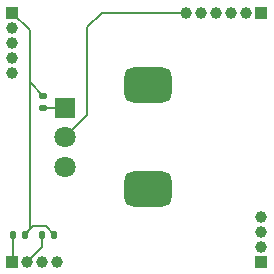
<source format=gbl>
%TF.GenerationSoftware,KiCad,Pcbnew,9.0.5-1.fc42*%
%TF.CreationDate,2025-12-03T05:54:04+01:00*%
%TF.ProjectId,Block-PotentiometerLinear,426c6f63-6b2d-4506-9f74-656e74696f6d,1*%
%TF.SameCoordinates,Original*%
%TF.FileFunction,Copper,L2,Bot*%
%TF.FilePolarity,Positive*%
%FSLAX46Y46*%
G04 Gerber Fmt 4.6, Leading zero omitted, Abs format (unit mm)*
G04 Created by KiCad (PCBNEW 9.0.5-1.fc42) date 2025-12-03 05:54:04*
%MOMM*%
%LPD*%
G01*
G04 APERTURE LIST*
G04 Aperture macros list*
%AMRoundRect*
0 Rectangle with rounded corners*
0 $1 Rounding radius*
0 $2 $3 $4 $5 $6 $7 $8 $9 X,Y pos of 4 corners*
0 Add a 4 corners polygon primitive as box body*
4,1,4,$2,$3,$4,$5,$6,$7,$8,$9,$2,$3,0*
0 Add four circle primitives for the rounded corners*
1,1,$1+$1,$2,$3*
1,1,$1+$1,$4,$5*
1,1,$1+$1,$6,$7*
1,1,$1+$1,$8,$9*
0 Add four rect primitives between the rounded corners*
20,1,$1+$1,$2,$3,$4,$5,0*
20,1,$1+$1,$4,$5,$6,$7,0*
20,1,$1+$1,$6,$7,$8,$9,0*
20,1,$1+$1,$8,$9,$2,$3,0*%
G04 Aperture macros list end*
%TA.AperFunction,ComponentPad*%
%ADD10R,1.800000X1.800000*%
%TD*%
%TA.AperFunction,ComponentPad*%
%ADD11C,1.800000*%
%TD*%
%TA.AperFunction,ComponentPad*%
%ADD12RoundRect,0.750000X-1.250000X-0.750000X1.250000X-0.750000X1.250000X0.750000X-1.250000X0.750000X0*%
%TD*%
%TA.AperFunction,ComponentPad*%
%ADD13R,1.000000X1.000000*%
%TD*%
%TA.AperFunction,ComponentPad*%
%ADD14C,1.000000*%
%TD*%
%TA.AperFunction,SMDPad,CuDef*%
%ADD15RoundRect,0.135000X0.135000X0.185000X-0.135000X0.185000X-0.135000X-0.185000X0.135000X-0.185000X0*%
%TD*%
%TA.AperFunction,SMDPad,CuDef*%
%ADD16RoundRect,0.135000X-0.185000X0.135000X-0.185000X-0.135000X0.185000X-0.135000X0.185000X0.135000X0*%
%TD*%
%TA.AperFunction,Conductor*%
%ADD17C,0.200000*%
%TD*%
G04 APERTURE END LIST*
D10*
%TO.P,RV1,1,1*%
%TO.N,Net-(R1-Pad2)*%
X133015000Y-111165000D03*
D11*
%TO.P,RV1,2,2*%
%TO.N,/A0*%
X133015000Y-113665000D03*
%TO.P,RV1,3,3*%
%TO.N,GND*%
X133015000Y-116165000D03*
D12*
%TO.P,RV1,MP*%
%TO.N,N/C*%
X140015000Y-109265000D03*
X140015000Y-118065000D03*
%TD*%
D13*
%TO.P,J4,1,Pin_1*%
%TO.N,/Typ0*%
X128525000Y-124205000D03*
D14*
%TO.P,J4,2,Pin_2*%
%TO.N,/Typ1*%
X129795000Y-124205000D03*
%TO.P,J4,3,Pin_3*%
%TO.N,/Typ2*%
X131065000Y-124205000D03*
%TO.P,J4,4,Pin_4*%
%TO.N,/Typ3*%
X132335000Y-124205000D03*
%TD*%
D15*
%TO.P,R3,1*%
%TO.N,/+3.3V Digital*%
X132080000Y-121920000D03*
%TO.P,R3,2*%
%TO.N,/Typ1*%
X131060000Y-121920000D03*
%TD*%
D16*
%TO.P,R1,1*%
%TO.N,/+3.3V Digital*%
X131140200Y-110145000D03*
%TO.P,R1,2*%
%TO.N,Net-(R1-Pad2)*%
X131140200Y-111165000D03*
%TD*%
D15*
%TO.P,R4,1*%
%TO.N,/+3.3V Digital*%
X129565400Y-121920000D03*
%TO.P,R4,2*%
%TO.N,/Typ0*%
X128545400Y-121920000D03*
%TD*%
D13*
%TO.P,J2,1,Pin_1*%
%TO.N,/Addr0*%
X149605000Y-124205000D03*
D14*
%TO.P,J2,2,Pin_2*%
%TO.N,/Addr1*%
X149605000Y-122935000D03*
%TO.P,J2,3,Pin_3*%
%TO.N,/Addr2*%
X149605000Y-121665000D03*
%TO.P,J2,4,Pin_4*%
%TO.N,/Addr3*%
X149605000Y-120395000D03*
%TD*%
D13*
%TO.P,J1,1,Pin_1*%
%TO.N,/+3.3V Digital*%
X128525000Y-103125000D03*
D14*
%TO.P,J1,2,Pin_2*%
%TO.N,/AREF*%
X128525000Y-104395000D03*
%TO.P,J1,3,Pin_3*%
%TO.N,GND*%
X128525000Y-105665000D03*
%TO.P,J1,4,Pin_4*%
%TO.N,/SlotBus.Data*%
X128525000Y-106935000D03*
%TO.P,J1,5,Pin_5*%
%TO.N,/SlotBus.Clock*%
X128525000Y-108205000D03*
%TD*%
D13*
%TO.P,J3,1,Pin_1*%
%TO.N,/LED*%
X149605000Y-103125000D03*
D14*
%TO.P,J3,2,Pin_2*%
%TO.N,/C*%
X148335000Y-103125000D03*
%TO.P,J3,3,Pin_3*%
%TO.N,/B*%
X147065000Y-103125000D03*
%TO.P,J3,4,Pin_4*%
%TO.N,/A*%
X145795000Y-103125000D03*
%TO.P,J3,5,Pin_5*%
%TO.N,/A1*%
X144525000Y-103125000D03*
%TO.P,J3,6,Pin_6*%
%TO.N,/A0*%
X143255000Y-103125000D03*
%TD*%
D17*
%TO.N,/+3.3V Digital*%
X129997200Y-109002000D02*
X129997200Y-104597200D01*
X129565400Y-121920000D02*
X129997200Y-121488200D01*
X131343400Y-121183400D02*
X130302000Y-121183400D01*
X132080000Y-121920000D02*
X131343400Y-121183400D01*
X130302000Y-121183400D02*
X129565400Y-121920000D01*
X129997200Y-104597200D02*
X128525000Y-103125000D01*
X129997200Y-121488200D02*
X129997200Y-104597200D01*
X131140200Y-110145000D02*
X129997200Y-109002000D01*
%TO.N,/A0*%
X134874000Y-111806000D02*
X134874000Y-104368600D01*
X136117600Y-103125000D02*
X143255000Y-103125000D01*
X133015000Y-113665000D02*
X134874000Y-111806000D01*
X134874000Y-104368600D02*
X136117600Y-103125000D01*
%TO.N,/Typ0*%
X128545400Y-124184600D02*
X128525000Y-124205000D01*
X128545400Y-121920000D02*
X128545400Y-124184600D01*
%TO.N,/Typ1*%
X131060000Y-122940000D02*
X129795000Y-124205000D01*
X131060000Y-121920000D02*
X131060000Y-122940000D01*
%TO.N,Net-(R1-Pad2)*%
X133015000Y-111165000D02*
X131140200Y-111165000D01*
%TD*%
M02*

</source>
